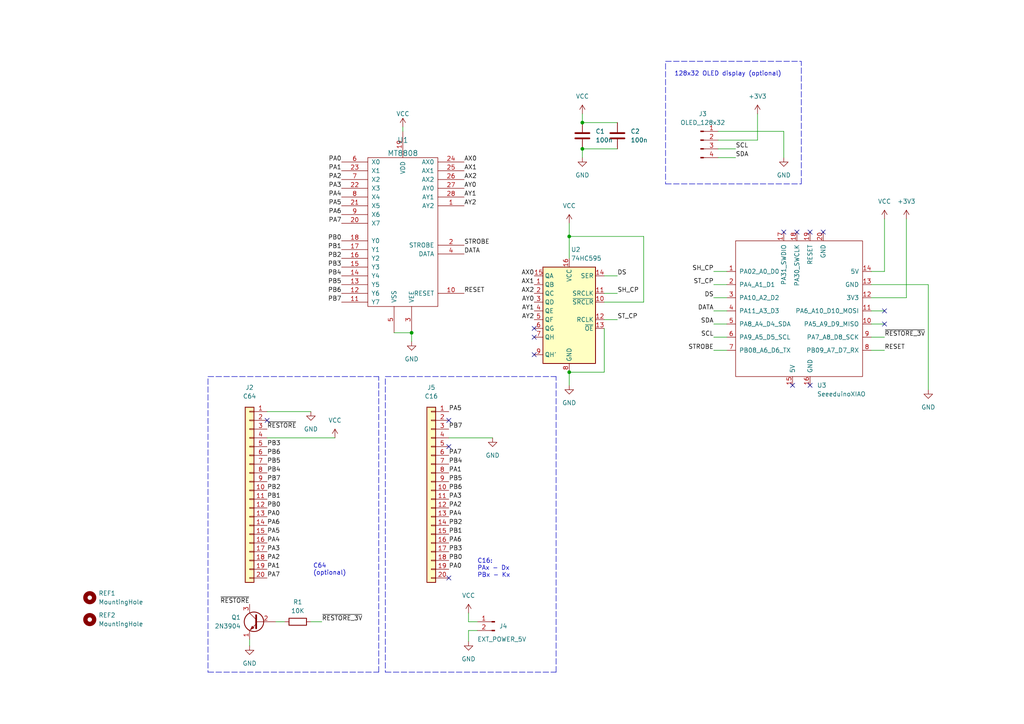
<source format=kicad_sch>
(kicad_sch (version 20211123) (generator eeschema)
  (paper "A4")
  (title_block (title "SEEDUINO C16/64 Keyboard Adapter") (date "2024-10-09") (rev "v1.0") (comment 1 "ytm@elysium.pl") (comment 2 "Maciej Witkowiak"))
  (lib_symbols
    (symbol "74xx:74HC595"
      (property "Reference" "U" (at -7.62 13.97 0))
      (property "Value" "74HC595" (at -7.62 -16.51 0))
      (symbol "74HC595_1_0"
        (pin tri_state line (at 10.16 7.62 180) (length 2.54) (name "QB") (number "1"))
        (pin input line (at -10.16 2.54 0) (length 2.54) (name "~{SRCLR}") (number "10"))
        (pin input line (at -10.16 5.08 0) (length 2.54) (name "SRCLK") (number "11"))
        (pin input line (at -10.16 -2.54 0) (length 2.54) (name "RCLK") (number "12"))
        (pin input line (at -10.16 -5.08 0) (length 2.54) (name "~{OE}") (number "13"))
        (pin input line (at -10.16 10.16 0) (length 2.54) (name "SER") (number "14"))
        (pin tri_state line (at 10.16 10.16 180) (length 2.54) (name "QA") (number "15"))
        (pin power_in line (at 0 15.24 270) (length 2.54) (name "VCC") (number "16"))
        (pin tri_state line (at 10.16 5.08 180) (length 2.54) (name "QC") (number "2"))
        (pin tri_state line (at 10.16 2.54 180) (length 2.54) (name "QD") (number "3"))
        (pin tri_state line (at 10.16 0 180) (length 2.54) (name "QE") (number "4"))
        (pin tri_state line (at 10.16 -2.54 180) (length 2.54) (name "QF") (number "5"))
        (pin tri_state line (at 10.16 -5.08 180) (length 2.54) (name "QG") (number "6"))
        (pin tri_state line (at 10.16 -7.62 180) (length 2.54) (name "QH") (number "7"))
        (pin power_in line (at 0 -17.78 90) (length 2.54) (name "GND") (number "8"))
        (pin output line (at 10.16 -12.7 180) (length 2.54) (name "QH'") (number "9"))
      )
      (symbol "74HC595_1_1"
        (rectangle (start -7.62 12.7) (end 7.62 -15.24) (stroke (width 0.254)) (fill (type background)))
      )
    )
    (symbol "Connector:Conn_01x02_Male" (pin_names (offset 1.016) hide)
      (property "Reference" "J" (at 0 2.54 0))
      (property "Value" "Conn_01x02_Male" (at 0 -5.08 0))
      (symbol "Conn_01x02_Male_1_1"
        (polyline (pts (xy 1.27 -2.54) (xy 0.8636 -2.54)) (stroke (width 0.1524)))
        (polyline (pts (xy 1.27 0) (xy 0.8636 0)) (stroke (width 0.1524)))
        (rectangle (start 0.8636 -2.413) (end 0 -2.667) (stroke (width 0.1524)) (fill (type outline)))
        (rectangle (start 0.8636 0.127) (end 0 -0.127) (stroke (width 0.1524)) (fill (type outline)))
        (pin passive line (at 5.08 0 180) (length 3.81) (name "Pin_1") (number "1"))
        (pin passive line (at 5.08 -2.54 180) (length 3.81) (name "Pin_2") (number "2"))
      )
    )
    (symbol "Connector:Conn_01x04_Male" (pin_names (offset 1.016) hide)
      (property "Reference" "J" (at 0 5.08 0))
      (property "Value" "Conn_01x04_Male" (at 0 -7.62 0))
      (symbol "Conn_01x04_Male_1_1"
        (polyline (pts (xy 1.27 -5.08) (xy 0.8636 -5.08)) (stroke (width 0.1524)))
        (polyline (pts (xy 1.27 -2.54) (xy 0.8636 -2.54)) (stroke (width 0.1524)))
        (polyline (pts (xy 1.27 0) (xy 0.8636 0)) (stroke (width 0.1524)))
        (polyline (pts (xy 1.27 2.54) (xy 0.8636 2.54)) (stroke (width 0.1524)))
        (rectangle (start 0.8636 -4.953) (end 0 -5.207) (stroke (width 0.1524)) (fill (type outline)))
        (rectangle (start 0.8636 -2.413) (end 0 -2.667) (stroke (width 0.1524)) (fill (type outline)))
        (rectangle (start 0.8636 0.127) (end 0 -0.127) (stroke (width 0.1524)) (fill (type outline)))
        (rectangle (start 0.8636 2.667) (end 0 2.413) (stroke (width 0.1524)) (fill (type outline)))
        (pin passive line (at 5.08 2.54 180) (length 3.81) (name "Pin_1") (number "1"))
        (pin passive line (at 5.08 0 180) (length 3.81) (name "Pin_2") (number "2"))
        (pin passive line (at 5.08 -2.54 180) (length 3.81) (name "Pin_3") (number "3"))
        (pin passive line (at 5.08 -5.08 180) (length 3.81) (name "Pin_4") (number "4"))
      )
    )
    (symbol "Connector_Generic:Conn_01x20" (pin_names (offset 1.016) hide)
      (property "Reference" "J" (at 0 25.4 0))
      (property "Value" "Conn_01x20" (at 0 -27.94 0))
      (symbol "Conn_01x20_1_1"
        (rectangle (start -1.27 -25.273) (end 0 -25.527) (stroke (width 0.1524)))
        (rectangle (start -1.27 -22.733) (end 0 -22.987) (stroke (width 0.1524)))
        (rectangle (start -1.27 -20.193) (end 0 -20.447) (stroke (width 0.1524)))
        (rectangle (start -1.27 -17.653) (end 0 -17.907) (stroke (width 0.1524)))
        (rectangle (start -1.27 -15.113) (end 0 -15.367) (stroke (width 0.1524)))
        (rectangle (start -1.27 -12.573) (end 0 -12.827) (stroke (width 0.1524)))
        (rectangle (start -1.27 -10.033) (end 0 -10.287) (stroke (width 0.1524)))
        (rectangle (start -1.27 -7.493) (end 0 -7.747) (stroke (width 0.1524)))
        (rectangle (start -1.27 -4.953) (end 0 -5.207) (stroke (width 0.1524)))
        (rectangle (start -1.27 -2.413) (end 0 -2.667) (stroke (width 0.1524)))
        (rectangle (start -1.27 0.127) (end 0 -0.127) (stroke (width 0.1524)))
        (rectangle (start -1.27 2.667) (end 0 2.413) (stroke (width 0.1524)))
        (rectangle (start -1.27 5.207) (end 0 4.953) (stroke (width 0.1524)))
        (rectangle (start -1.27 7.747) (end 0 7.493) (stroke (width 0.1524)))
        (rectangle (start -1.27 10.287) (end 0 10.033) (stroke (width 0.1524)))
        (rectangle (start -1.27 12.827) (end 0 12.573) (stroke (width 0.1524)))
        (rectangle (start -1.27 15.367) (end 0 15.113) (stroke (width 0.1524)))
        (rectangle (start -1.27 17.907) (end 0 17.653) (stroke (width 0.1524)))
        (rectangle (start -1.27 20.447) (end 0 20.193) (stroke (width 0.1524)))
        (rectangle (start -1.27 22.987) (end 0 22.733) (stroke (width 0.1524)))
        (rectangle (start -1.27 24.13) (end 1.27 -26.67) (stroke (width 0.254)) (fill (type background)))
        (pin passive line (at -5.08 22.86 0) (length 3.81) (name "Pin_1") (number "1"))
        (pin passive line (at -5.08 0 0) (length 3.81) (name "Pin_10") (number "10"))
        (pin passive line (at -5.08 -2.54 0) (length 3.81) (name "Pin_11") (number "11"))
        (pin passive line (at -5.08 -5.08 0) (length 3.81) (name "Pin_12") (number "12"))
        (pin passive line (at -5.08 -7.62 0) (length 3.81) (name "Pin_13") (number "13"))
        (pin passive line (at -5.08 -10.16 0) (length 3.81) (name "Pin_14") (number "14"))
        (pin passive line (at -5.08 -12.7 0) (length 3.81) (name "Pin_15") (number "15"))
        (pin passive line (at -5.08 -15.24 0) (length 3.81) (name "Pin_16") (number "16"))
        (pin passive line (at -5.08 -17.78 0) (length 3.81) (name "Pin_17") (number "17"))
        (pin passive line (at -5.08 -20.32 0) (length 3.81) (name "Pin_18") (number "18"))
        (pin passive line (at -5.08 -22.86 0) (length 3.81) (name "Pin_19") (number "19"))
        (pin passive line (at -5.08 20.32 0) (length 3.81) (name "Pin_2") (number "2"))
        (pin passive line (at -5.08 -25.4 0) (length 3.81) (name "Pin_20") (number "20"))
        (pin passive line (at -5.08 17.78 0) (length 3.81) (name "Pin_3") (number "3"))
        (pin passive line (at -5.08 15.24 0) (length 3.81) (name "Pin_4") (number "4"))
        (pin passive line (at -5.08 12.7 0) (length 3.81) (name "Pin_5") (number "5"))
        (pin passive line (at -5.08 10.16 0) (length 3.81) (name "Pin_6") (number "6"))
        (pin passive line (at -5.08 7.62 0) (length 3.81) (name "Pin_7") (number "7"))
        (pin passive line (at -5.08 5.08 0) (length 3.81) (name "Pin_8") (number "8"))
        (pin passive line (at -5.08 2.54 0) (length 3.81) (name "Pin_9") (number "9"))
      )
    )
    (symbol "Device:C" (pin_numbers hide) (pin_names (offset 0.254))
      (property "Reference" "C" (at 0.635 2.54 0))
      (property "Value" "C" (at 0.635 -2.54 0))
      (symbol "C_0_1"
        (polyline (pts (xy -2.032 -0.762) (xy 2.032 -0.762)) (stroke (width 0.508)))
        (polyline (pts (xy -2.032 0.762) (xy 2.032 0.762)) (stroke (width 0.508)))
      )
      (symbol "C_1_1"
        (pin passive line (at 0 3.81 270) (length 2.794) (name "~") (number "1"))
        (pin passive line (at 0 -3.81 90) (length 2.794) (name "~") (number "2"))
      )
    )
    (symbol "Device:R" (pin_numbers hide) (pin_names (offset 0))
      (property "Reference" "R" (at 2.032 0 90))
      (property "Value" "R" (at 0 0 90))
      (symbol "R_0_1"
        (rectangle (start -1.016 -2.54) (end 1.016 2.54) (stroke (width 0.254)))
      )
      (symbol "R_1_1"
        (pin passive line (at 0 3.81 270) (length 1.27) (name "~") (number "1"))
        (pin passive line (at 0 -3.81 90) (length 1.27) (name "~") (number "2"))
      )
    )
    (symbol "Mechanical:MountingHole" (pin_names (offset 1.016))
      (property "Reference" "H" (at 0 5.08 0))
      (property "Value" "MountingHole" (at 0 3.175 0))
      (symbol "MountingHole_0_1"
        (circle (center 0 0) (radius 1.27) (stroke (width 1.27)))
      )
    )
    (symbol "SEEDUINO XIAO:SeeeduinoXIAO" (pin_names (offset 1.016))
      (property "Reference" "U" (at -19.05 22.86 0))
      (property "Value" "SeeeduinoXIAO" (at -12.7 21.59 0))
      (symbol "SeeeduinoXIAO_0_1"
        (rectangle (start -19.05 20.32) (end 17.78 -19.05))
      )
      (symbol "SeeeduinoXIAO_1_1"
        (pin unspecified line (at -21.59 11.43 0) (length 2.54) (name "PA02_A0_D0") (number "1"))
        (pin unspecified line (at 20.32 -3.81 180) (length 2.54) (name "PA5_A9_D9_MISO") (number "10"))
        (pin unspecified line (at 20.32 0 180) (length 2.54) (name "PA6_A10_D10_MOSI") (number "11"))
        (pin unspecified line (at 20.32 3.81 180) (length 2.54) (name "3V3") (number "12"))
        (pin unspecified line (at 20.32 7.62 180) (length 2.54) (name "GND") (number "13"))
        (pin unspecified line (at 20.32 11.43 180) (length 2.54) (name "5V") (number "14"))
        (pin input line (at -2.54 -21.59 90) (length 2.54) (name "5V") (number "15"))
        (pin input line (at 2.54 -21.59 90) (length 2.54) (name "GND") (number "16"))
        (pin input line (at -5.08 22.86 270) (length 2.54) (name "PA31_SWDIO") (number "17"))
        (pin input line (at -1.27 22.86 270) (length 2.54) (name "PA30_SWCLK") (number "18"))
        (pin input line (at 2.54 22.86 270) (length 2.54) (name "RESET") (number "19"))
        (pin unspecified line (at -21.59 7.62 0) (length 2.54) (name "PA4_A1_D1") (number "2"))
        (pin input line (at 6.35 22.86 270) (length 2.54) (name "GND") (number "20"))
        (pin unspecified line (at -21.59 3.81 0) (length 2.54) (name "PA10_A2_D2") (number "3"))
        (pin unspecified line (at -21.59 0 0) (length 2.54) (name "PA11_A3_D3") (number "4"))
        (pin unspecified line (at -21.59 -3.81 0) (length 2.54) (name "PA8_A4_D4_SDA") (number "5"))
        (pin unspecified line (at -21.59 -7.62 0) (length 2.54) (name "PA9_A5_D5_SCL") (number "6"))
        (pin unspecified line (at -21.59 -11.43 0) (length 2.54) (name "PB08_A6_D6_TX") (number "7"))
        (pin unspecified line (at 20.32 -11.43 180) (length 2.54) (name "PB09_A7_D7_RX") (number "8"))
        (pin unspecified line (at 20.32 -7.62 180) (length 2.54) (name "PA7_A8_D8_SCK") (number "9"))
      )
    )
    (symbol "Transistor_BJT:2N3904" (pin_names (offset 0) hide)
      (property "Reference" "Q" (at 5.08 1.905 0))
      (property "Value" "2N3904" (at 5.08 0 0))
      (symbol "2N3904_0_1"
        (polyline (pts (xy 0.635 0.635) (xy 2.54 2.54)))
        (polyline (pts (xy 0.635 -0.635) (xy 2.54 -2.54) (xy 2.54 -2.54)))
        (polyline (pts (xy 0.635 1.905) (xy 0.635 -1.905) (xy 0.635 -1.905)) (stroke (width 0.508)))
        (polyline (pts (xy 1.27 -1.778) (xy 1.778 -1.27) (xy 2.286 -2.286) (xy 1.27 -1.778) (xy 1.27 -1.778)) (fill (type outline)))
        (circle (center 1.27 0) (radius 2.8194) (stroke (width 0.254)))
      )
      (symbol "2N3904_1_1"
        (pin passive line (at 2.54 -5.08 90) (length 2.54) (name "E") (number "1"))
        (pin passive line (at -5.08 0 0) (length 5.715) (name "B") (number "2"))
        (pin passive line (at 2.54 5.08 270) (length 2.54) (name "C") (number "3"))
      )
    )
    (symbol "mt8808:MT8808" (pin_names (offset 1.016))
      (property "Reference" "U" (at -8.89 22.86 0))
      (property "Value" "MT8808" (at 7.62 -24.13 0))
      (symbol "MT8808_0_1"
        (rectangle (start -10.16 21.59) (end 10.16 -21.59))
        (pin power_in line (at 0 29.21 270) (length 7.62) (name "VDD") (number "19"))
        (pin power_in line (at 2.54 -29.21 90) (length 7.62) (name "VSS") (number "5"))
      )
      (symbol "MT8808_1_1"
        (pin input line (at -17.78 7.62 0) (length 7.62) (name "AY2") (number "1"))
        (pin input line (at -17.78 -17.78 0) (length 7.62) (name "RESET") (number "10"))
        (pin bidirectional line (at 17.78 -20.32 180) (length 7.62) (name "Y7") (number "11"))
        (pin bidirectional line (at 17.78 -17.78 180) (length 7.62) (name "Y6") (number "12"))
        (pin bidirectional line (at 17.78 -15.24 180) (length 7.62) (name "Y5") (number "13"))
        (pin bidirectional line (at 17.78 -12.7 180) (length 7.62) (name "Y4") (number "14"))
        (pin bidirectional line (at 17.78 -10.16 180) (length 7.62) (name "Y3") (number "15"))
        (pin bidirectional line (at 17.78 -7.62 180) (length 7.62) (name "Y2") (number "16"))
        (pin bidirectional line (at 17.78 -5.08 180) (length 7.62) (name "Y1") (number "17"))
        (pin bidirectional line (at 17.78 -2.54 180) (length 7.62) (name "Y0") (number "18"))
        (pin input line (at -17.78 -3.81 0) (length 7.62) (name "STROBE") (number "2"))
        (pin bidirectional line (at 17.78 2.54 180) (length 7.62) (name "X7") (number "20"))
        (pin bidirectional line (at 17.78 7.62 180) (length 7.62) (name "X5") (number "21"))
        (pin bidirectional line (at 17.78 12.7 180) (length 7.62) (name "X3") (number "22"))
        (pin bidirectional line (at 17.78 17.78 180) (length 7.62) (name "X1") (number "23"))
        (pin input line (at -17.78 20.32 0) (length 7.62) (name "AX0") (number "24"))
        (pin input line (at -17.78 17.78 0) (length 7.62) (name "AX1") (number "25"))
        (pin input line (at -17.78 15.24 0) (length 7.62) (name "AX2") (number "26"))
        (pin input line (at -17.78 12.7 0) (length 7.62) (name "AY0") (number "27"))
        (pin input line (at -17.78 10.16 0) (length 7.62) (name "AY1") (number "28"))
        (pin power_in line (at -2.54 -29.21 90) (length 7.62) (name "VEE") (number "3"))
        (pin input line (at -17.78 -6.35 0) (length 7.62) (name "DATA") (number "4"))
        (pin bidirectional line (at 17.78 20.32 180) (length 7.62) (name "X0") (number "6"))
        (pin bidirectional line (at 17.78 15.24 180) (length 7.62) (name "X2") (number "7"))
        (pin bidirectional line (at 17.78 10.16 180) (length 7.62) (name "X4") (number "8"))
        (pin bidirectional line (at 17.78 5.08 180) (length 7.62) (name "X6") (number "9"))
      )
    )
    (symbol "power:+3.3V" (power) (pin_names (offset 0))
      (property "Value" "+3.3V" (at 0 3.556 0))
      (symbol "+3.3V_0_1"
        (polyline (pts (xy -0.762 1.27) (xy 0 2.54)))
        (polyline (pts (xy 0 0) (xy 0 2.54)))
        (polyline (pts (xy 0 2.54) (xy 0.762 1.27)))
      )
      (symbol "+3.3V_1_1"
        (pin power_in line (at 0 0 90) (length 0) hide (name "+3V3") (number "1"))
      )
    )
    (symbol "power:GND" (power) (pin_names (offset 0))
      (property "Value" "GND" (at 0 -3.81 0))
      (symbol "GND_0_1"
        (polyline (pts (xy 0 0) (xy 0 -1.27) (xy 1.27 -1.27) (xy 0 -2.54) (xy -1.27 -1.27) (xy 0 -1.27)))
      )
      (symbol "GND_1_1"
        (pin power_in line (at 0 0 270) (length 0) hide (name "GND") (number "1"))
      )
    )
    (symbol "power:VCC" (power) (pin_names (offset 0))
      (property "Value" "VCC" (at 0 3.81 0))
      (symbol "VCC_0_1"
        (polyline (pts (xy -0.762 1.27) (xy 0 2.54)))
        (polyline (pts (xy 0 0) (xy 0 2.54)))
        (polyline (pts (xy 0 2.54) (xy 0.762 1.27)))
      )
      (symbol "VCC_1_1"
        (pin power_in line (at 0 0 90) (length 0) hide (name "VCC") (number "1"))
      )
    )
  )
  (junction (at 165.1 107.95))
  (junction (at 168.91 35.56))
  (junction (at 168.91 43.18))
  (junction (at 119.38 96.52))
  (junction (at 165.1 68.58))
  (no_connect (at 234.95 111.76))
  (no_connect (at 229.87 111.76))
  (no_connect (at 130.175 121.92))
  (no_connect (at 256.54 90.17))
  (no_connect (at 130.175 167.64))
  (no_connect (at 256.54 93.98))
  (no_connect (at 154.94 95.25))
  (no_connect (at 77.47 121.92))
  (no_connect (at 238.76 67.31))
  (no_connect (at 234.95 67.31))
  (no_connect (at 231.14 67.31))
  (no_connect (at 227.33 67.31))
  (no_connect (at 130.175 129.54))
  (no_connect (at 154.94 102.87))
  (no_connect (at 154.94 97.79))
  (wire (pts (xy 165.1 68.58) (xy 165.1 74.93)))
  (wire (pts (xy 119.38 96.52) (xy 119.38 99.06)))
  (wire (pts (xy 168.91 33.02) (xy 168.91 35.56)))
  (wire (pts (xy 116.84 36.83) (xy 116.84 38.1)))
  (wire (pts (xy 168.91 35.56) (xy 179.07 35.56)))
  (wire (pts (xy 256.54 63.5) (xy 256.54 78.74)))
  (wire (pts (xy 269.24 82.55) (xy 269.24 113.03)))
  (polyline (pts (xy 109.855 194.945) (xy 109.855 109.22)))
  (wire (pts (xy 135.89 180.34) (xy 138.43 180.34)))
  (wire (pts (xy 208.28 45.72) (xy 213.36 45.72)))
  (wire (pts (xy 252.73 82.55) (xy 269.24 82.55)))
  (wire (pts (xy 175.26 95.25) (xy 175.26 107.95)))
  (wire (pts (xy 80.01 180.34) (xy 82.55 180.34)))
  (polyline (pts (xy 232.41 53.34) (xy 232.41 17.78)))
  (wire (pts (xy 207.01 93.98) (xy 210.82 93.98)))
  (wire (pts (xy 207.01 101.6) (xy 210.82 101.6)))
  (wire (pts (xy 135.89 177.8) (xy 135.89 180.34)))
  (polyline (pts (xy 193.04 53.34) (xy 232.41 53.34)))
  (wire (pts (xy 208.28 43.18) (xy 213.36 43.18)))
  (wire (pts (xy 77.47 119.38) (xy 90.17 119.38)))
  (wire (pts (xy 207.01 86.36) (xy 210.82 86.36)))
  (wire (pts (xy 262.89 86.36) (xy 252.73 86.36)))
  (wire (pts (xy 207.01 82.55) (xy 210.82 82.55)))
  (wire (pts (xy 138.43 182.88) (xy 135.89 182.88)))
  (polyline (pts (xy 111.76 109.22) (xy 161.29 109.22)))
  (polyline (pts (xy 111.76 194.945) (xy 161.29 194.945)))
  (wire (pts (xy 186.69 87.63) (xy 186.69 68.58)))
  (polyline (pts (xy 60.325 194.945) (xy 109.855 194.945)))
  (wire (pts (xy 208.28 40.64) (xy 219.71 40.64)))
  (wire (pts (xy 175.26 80.01) (xy 179.07 80.01)))
  (wire (pts (xy 227.33 38.1) (xy 227.33 45.72)))
  (wire (pts (xy 252.73 101.6) (xy 256.54 101.6)))
  (wire (pts (xy 165.1 64.77) (xy 165.1 68.58)))
  (wire (pts (xy 207.01 90.17) (xy 210.82 90.17)))
  (wire (pts (xy 114.3 96.52) (xy 119.38 96.52)))
  (wire (pts (xy 175.26 85.09) (xy 179.07 85.09)))
  (wire (pts (xy 168.91 43.18) (xy 179.07 43.18)))
  (wire (pts (xy 130.175 127) (xy 142.875 127)))
  (polyline (pts (xy 193.04 18.415) (xy 193.04 53.34)))
  (wire (pts (xy 77.47 127) (xy 97.155 127)))
  (wire (pts (xy 72.39 185.42) (xy 72.39 187.325)))
  (polyline (pts (xy 60.325 109.855) (xy 60.325 194.945)))
  (wire (pts (xy 219.71 33.02) (xy 219.71 40.64)))
  (polyline (pts (xy 60.325 109.22) (xy 109.855 109.22)))
  (wire (pts (xy 208.28 38.1) (xy 227.33 38.1)))
  (wire (pts (xy 207.01 97.79) (xy 210.82 97.79)))
  (wire (pts (xy 252.73 90.17) (xy 256.54 90.17)))
  (wire (pts (xy 175.26 87.63) (xy 186.69 87.63)))
  (wire (pts (xy 135.89 182.88) (xy 135.89 186.055)))
  (wire (pts (xy 175.26 107.95) (xy 165.1 107.95)))
  (polyline (pts (xy 193.04 17.78) (xy 232.41 17.78)))
  (polyline (pts (xy 161.29 194.945) (xy 161.29 109.22)))
  (wire (pts (xy 168.91 45.72) (xy 168.91 43.18)))
  (wire (pts (xy 175.26 92.71) (xy 179.07 92.71)))
  (wire (pts (xy 262.89 63.5) (xy 262.89 86.36)))
  (wire (pts (xy 207.01 78.74) (xy 210.82 78.74)))
  (wire (pts (xy 252.73 93.98) (xy 256.54 93.98)))
  (wire (pts (xy 252.73 78.74) (xy 256.54 78.74)))
  (polyline (pts (xy 111.76 109.855) (xy 111.76 194.945)))
  (wire (pts (xy 165.1 107.95) (xy 165.1 111.76)))
  (wire (pts (xy 90.17 180.34) (xy 93.345 180.34)))
  (wire (pts (xy 252.73 97.79) (xy 256.54 97.79)))
  (wire (pts (xy 186.69 68.58) (xy 165.1 68.58)))
  (text "C16:\nPAx - Dx\nPBx - Kx" (at 138.43 167.64 0) (effects (font (size 1.27 1.27)) (justify left bottom)))
  (text "C64\n(optional)" (at 90.805 167.005 0) (effects (font (size 1.27 1.27)) (justify left bottom)))
  (text "128x32 OLED display (optional)" (at 195.58 22.225 0) (effects (font (size 1.27 1.27)) (justify left bottom)))
  (label "PB6" (at 99.06 85.09 180))
  (label "AY0" (at 134.62 54.61 0))
  (label "PB7" (at 130.175 124.46 0))
  (label "PB3" (at 99.06 77.47 180))
  (label "SH_CP" (at 207.01 78.74 180))
  (label "AX2" (at 154.94 85.09 180))
  (label "PB0" (at 130.175 162.56 0))
  (label "PB1" (at 77.47 144.78 0))
  (label "PA4" (at 99.06 57.15 180))
  (label "PA1" (at 130.175 137.16 0))
  (label "DATA" (at 207.01 90.17 180))
  (label "PA3" (at 77.47 160.02 0))
  (label "PB7" (at 99.06 87.63 180))
  (label "PB3" (at 130.175 160.02 0))
  (label "PB5" (at 99.06 82.55 180))
  (label "PA0" (at 99.06 46.99 180))
  (label "PA7" (at 99.06 64.77 180))
  (label "PA6" (at 99.06 62.23 180))
  (label "DS" (at 207.01 86.36 180))
  (label "AY0" (at 154.94 87.63 180))
  (label "DS" (at 179.07 80.01 0))
  (label "PB1" (at 99.06 72.39 180))
  (label "PA5" (at 77.47 154.94 0))
  (label "SCL" (at 207.01 97.79 180))
  (label "PA0" (at 130.175 165.1 0))
  (label "PA5" (at 99.06 59.69 180))
  (label "DATA" (at 134.62 73.66 0))
  (label "AX0" (at 134.62 46.99 0))
  (label "AX2" (at 134.62 52.07 0))
  (label "PA3" (at 99.06 54.61 180))
  (label "PB6" (at 77.47 132.08 0))
  (label "AX0" (at 154.94 80.01 180))
  (label "STROBE" (at 134.62 71.12 0))
  (label "PA2" (at 130.175 147.32 0))
  (label "PA4" (at 77.47 157.48 0))
  (label "PA1" (at 77.47 165.1 0))
  (label "PA0" (at 77.47 149.86 0))
  (label "PB2" (at 77.47 142.24 0))
  (label "~{RESTORE_3V}" (at 256.54 97.79 0))
  (label "AX1" (at 134.62 49.53 0))
  (label "SDA" (at 207.01 93.98 180))
  (label "AX1" (at 154.94 82.55 180))
  (label "SH_CP" (at 179.07 85.09 0))
  (label "AY1" (at 154.94 90.17 180))
  (label "PB3" (at 77.47 129.54 0))
  (label "AY2" (at 154.94 92.71 180))
  (label "PA3" (at 130.175 144.78 0))
  (label "PA7" (at 130.175 132.08 0))
  (label "~{RESTORE}" (at 72.39 175.26 180))
  (label "SDA" (at 213.36 45.72 0))
  (label "PA6" (at 130.175 157.48 0))
  (label "AY1" (at 134.62 57.15 0))
  (label "ST_CP" (at 179.07 92.71 0))
  (label "PB2" (at 99.06 74.93 180))
  (label "PA2" (at 77.47 162.56 0))
  (label "PB4" (at 130.175 134.62 0))
  (label "~{RESTORE_3V}" (at 93.345 180.34 0))
  (label "SCL" (at 213.36 43.18 0))
  (label "RESET" (at 256.54 101.6 0))
  (label "PA1" (at 99.06 49.53 180))
  (label "ST_CP" (at 207.01 82.55 180))
  (label "PA5" (at 130.175 119.38 0))
  (label "PA4" (at 130.175 149.86 0))
  (label "PB6" (at 130.175 142.24 0))
  (label "~{RESTORE}" (at 77.47 124.46 0))
  (label "PB4" (at 77.47 137.16 0))
  (label "PA6" (at 77.47 152.4 0))
  (label "PB0" (at 99.06 69.85 180))
  (label "STROBE" (at 207.01 101.6 180))
  (label "RESET" (at 134.62 85.09 0))
  (label "AY2" (at 134.62 59.69 0))
  (label "PB2" (at 130.175 152.4 0))
  (label "PB5" (at 130.175 139.7 0))
  (label "PB7" (at 77.47 139.7 0))
  (label "PB4" (at 99.06 80.01 180))
  (label "PA2" (at 99.06 52.07 180))
  (label "PA7" (at 77.47 167.64 0))
  (label "PB5" (at 77.47 134.62 0))
  (label "PB1" (at 130.175 154.94 0))
  (label "PB0" (at 77.47 147.32 0))
  (symbol (lib_id "power:GND") (at 142.875 127 0) (unit 1)
    (property "Reference" "#PWR0104" (effects hide))
    (property "Value" "GND" (at 142.875 132.08 0))
  )
  (symbol (lib_id "Mechanical:MountingHole") (at 26.035 173.355 0) (unit 1)
    (property "Reference" "REF1" (at 28.575 172.0849 0) (effects (justify left)))
    (property "Value" "MountingHole" (at 28.575 174.6249 0) (effects (justify left)))
    (property "Footprint" "MountingHole:MountingHole_2.2mm_M2_Pad_Via" (effects hide))
  )
  (symbol (lib_id "power:VCC") (at 97.155 127 0) (unit 1)
    (property "Reference" "#PWR0102" (effects hide))
    (property "Value" "VCC" (at 97.155 121.92 0))
  )
  (symbol (lib_id "power:VCC") (at 116.84 36.83 0) (unit 1)
    (property "Reference" "#PWR0106" (effects hide))
    (property "Value" "VCC" (at 116.84 33.02 0))
  )
  (symbol (lib_id "power:GND") (at 269.24 113.03 0) (unit 1)
    (property "Reference" "#PWR019" (effects hide))
    (property "Value" "GND" (at 269.24 118.11 0))
  )
  (symbol (lib_id "74xx:74HC595") (at 165.1 90.17 0) (mirror y) (unit 1)
    (property "Reference" "U2" (at 165.6206 72.39 0) (effects (justify right)))
    (property "Value" "74HC595" (at 165.6206 74.93 0) (effects (justify right)))
    (property "Footprint" "Package_DIP:DIP-16_W7.62mm_Socket" (effects hide))
    (property "Datasheet" "http://www.ti.com/lit/ds/symlink/sn74hc595.pdf" (effects hide))
  )
  (symbol (lib_id "Mechanical:MountingHole") (at 26.035 179.705 0) (unit 1)
    (property "Reference" "REF2" (at 28.575 178.4349 0) (effects (justify left)))
    (property "Value" "MountingHole" (at 28.575 180.9749 0) (effects (justify left)))
    (property "Footprint" "MountingHole:MountingHole_2.2mm_M2_Pad_Via" (effects hide))
  )
  (symbol (lib_id "Connector:Conn_01x04_Male") (at 203.2 40.64 0) (unit 1)
    (property "Reference" "J3" (at 203.835 33.02 0))
    (property "Value" "OLED_128x32" (at 203.835 35.56 0))
    (property "Footprint" "Connector_PinHeader_2.54mm:PinHeader_1x04_P2.54mm_Vertical" (effects hide))
  )
  (symbol (lib_id "power:VCC") (at 168.91 33.02 0) (unit 1)
    (property "Reference" "#PWR010" (effects hide))
    (property "Value" "VCC" (at 168.91 27.94 0))
  )
  (symbol (lib_id "Device:C") (at 179.07 39.37 0) (unit 1)
    (property "Reference" "C2" (at 182.88 38.0999 0) (effects (justify left)))
    (property "Value" "100n" (at 182.88 40.6399 0) (effects (justify left)))
    (property "Footprint" "Capacitor_THT:C_Disc_D4.3mm_W1.9mm_P5.00mm" (effects hide))
  )
  (symbol (lib_id "power:GND") (at 168.91 45.72 0) (unit 1)
    (property "Reference" "#PWR011" (effects hide))
    (property "Value" "GND" (at 168.91 50.8 0))
  )
  (symbol (lib_id "power:+3.3V") (at 219.71 33.02 0) (unit 1)
    (property "Reference" "#PWR013" (effects hide))
    (property "Value" "+3.3V" (at 219.71 27.94 0))
  )
  (symbol (lib_id "Connector:Conn_01x02_Male") (at 143.51 180.34 0) (mirror y) (unit 1)
    (property "Reference" "J4" (at 144.78 181.6099 0) (effects (justify right)))
    (property "Value" "EXT_POWER_5V" (at 138.43 185.42 0) (effects (justify right)))
    (property "Footprint" "Connector_PinHeader_2.54mm:PinHeader_1x02_P2.54mm_Vertical" (effects hide))
  )
  (symbol (lib_id "Device:C") (at 168.91 39.37 0) (unit 1)
    (property "Reference" "C1" (at 172.72 38.0999 0) (effects (justify left)))
    (property "Value" "100n" (at 172.72 40.6399 0) (effects (justify left)))
    (property "Footprint" "Capacitor_THT:C_Disc_D4.3mm_W1.9mm_P5.00mm" (effects hide))
  )
  (symbol (lib_id "power:GND") (at 165.1 111.76 0) (unit 1)
    (property "Reference" "#PWR09" (effects hide))
    (property "Value" "GND" (at 165.1 116.84 0))
  )
  (symbol (lib_id "power:GND") (at 72.39 187.325 0) (unit 1)
    (property "Reference" "#PWR0103" (effects hide))
    (property "Value" "GND" (at 72.39 192.405 0))
  )
  (symbol (lib_id "Device:R") (at 86.36 180.34 90) (unit 1)
    (property "Reference" "R1" (at 86.36 174.625 90))
    (property "Value" "10K" (at 86.36 177.165 90))
    (property "Footprint" "Resistor_THT:R_Axial_DIN0207_L6.3mm_D2.5mm_P7.62mm_Horizontal" (effects hide))
  )
  (symbol (lib_id "power:GND") (at 135.89 186.055 0) (unit 1)
    (property "Reference" "#PWR017" (effects hide))
    (property "Value" "GND" (at 135.89 191.135 0))
  )
  (symbol (lib_id "power:VCC") (at 135.89 177.8 0) (unit 1)
    (property "Reference" "#PWR016" (effects hide))
    (property "Value" "VCC" (at 135.89 172.72 0))
  )
  (symbol (lib_id "power:VCC") (at 165.1 64.77 0) (unit 1)
    (property "Reference" "#PWR08" (effects hide))
    (property "Value" "VCC" (at 165.1 59.69 0))
  )
  (symbol (lib_id "power:GND") (at 227.33 45.72 0) (unit 1)
    (property "Reference" "#PWR014" (effects hide))
    (property "Value" "GND" (at 227.33 50.8 0))
  )
  (symbol (lib_id "power:GND") (at 90.17 119.38 0) (unit 1)
    (property "Reference" "#PWR0101" (effects hide))
    (property "Value" "GND" (at 90.17 124.46 0))
  )
  (symbol (lib_id "Transistor_BJT:2N3904") (at 74.93 180.34 0) (mirror y) (unit 1)
    (property "Reference" "Q1" (at 69.85 179.0699 0) (effects (justify left)))
    (property "Value" "2N3904" (at 69.85 181.6099 0) (effects (justify left)))
    (property "Footprint" "Package_TO_SOT_THT:TO-92_Inline" (effects hide))
    (property "Datasheet" "https://www.onsemi.com/pub/Collateral/2N3903-D.PDF" (effects hide))
  )
  (symbol (lib_id "Connector_Generic:Conn_01x20") (at 72.39 142.24 0) (mirror y) (unit 1)
    (property "Reference" "J2" (at 72.39 112.395 0))
    (property "Value" "C64" (at 72.39 114.935 0))
    (property "Footprint" "Connector_PinHeader_2.54mm:PinHeader_1x20_P2.54mm_Vertical" (effects hide))
    (property "Datasheet" "https://ist.uwaterloo.ca/~schepers/MJK/keyboard_int.html" (effects hide))
  )
  (symbol (lib_id "power:+3.3V") (at 262.89 63.5 0) (unit 1)
    (property "Reference" "#PWR018" (effects hide))
    (property "Value" "+3.3V" (at 262.89 58.42 0))
  )
  (symbol (lib_id "Connector_Generic:Conn_01x20") (at 125.095 142.24 0) (mirror y) (unit 1)
    (property "Reference" "J5" (at 125.095 112.395 0))
    (property "Value" "C16" (at 125.095 114.935 0))
    (property "Footprint" "Connector_PinHeader_2.54mm:PinHeader_1x20_P2.54mm_Vertical" (effects hide))
  )
  (symbol (lib_id "power:VCC") (at 256.54 63.5 0) (unit 1)
    (property "Reference" "#PWR015" (effects hide))
    (property "Value" "VCC" (at 256.54 58.42 0))
  )
  (symbol (lib_id "power:GND") (at 119.38 99.06 0) (unit 1)
    (property "Reference" "#PWR0105" (effects hide))
    (property "Value" "GND" (at 119.38 104.14 0))
  )
  (symbol (lib_id "mt8808:MT8808") (at 116.84 67.31 0) (mirror y) (unit 1)
    (property "Reference" "U1" (at 116.84 40.64 0) (effects (font (size 1.524 1.524))))
    (property "Value" "MT8808" (at 116.84 44.45 0) (effects (font (size 1.524 1.524))))
    (property "Footprint" "Package_DIP:DIP-28_W15.24mm_Socket" (effects hide))
    (property "Datasheet" "http://datasheet.elcodis.com/pdf2/89/57/895754/mt8808.pdf" (effects hide))
  )
  (symbol (lib_id "SEEDUINO XIAO:SeeeduinoXIAO") (at 232.41 90.17 0) (unit 1)
    (property "Reference" "U3" (at 236.9694 111.76 0) (effects (justify left)))
    (property "Value" "SeeeduinoXIAO" (at 236.9694 114.3 0) (effects (justify left)))
    (property "Footprint" "SEEDUINO XIAO:XIAO-Generic-Hybrid-14P-2.54-21X17.8MM" (effects hide))
  )
)
</source>
